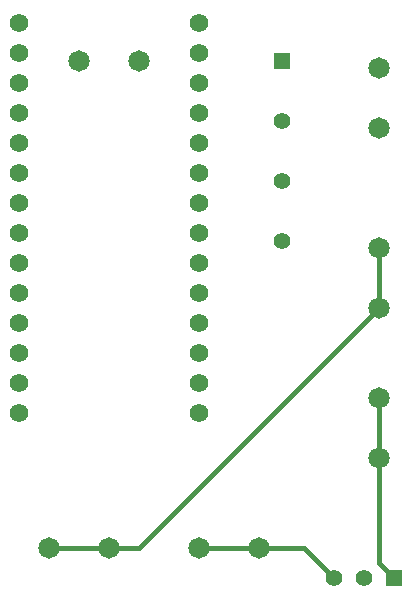
<source format=gbl>
G75*
%MOIN*%
%OFA0B0*%
%FSLAX25Y25*%
%IPPOS*%
%LPD*%
%AMOC8*
5,1,8,0,0,1.08239X$1,22.5*
%
%ADD10R,0.05550X0.05550*%
%ADD11C,0.05550*%
%ADD12C,0.07124*%
%ADD13C,0.06200*%
%ADD14C,0.01600*%
D10*
X0136000Y0011000D03*
X0098500Y0183500D03*
D11*
X0098500Y0163500D03*
X0098500Y0143500D03*
X0098500Y0123500D03*
X0116000Y0011000D03*
X0126000Y0011000D03*
D12*
X0021000Y0021000D03*
X0041000Y0021000D03*
X0071000Y0021000D03*
X0091000Y0021000D03*
X0131000Y0051000D03*
X0131000Y0071000D03*
X0131000Y0101000D03*
X0131000Y0121000D03*
X0131000Y0161000D03*
X0131000Y0181000D03*
X0051000Y0183500D03*
X0031000Y0183500D03*
D13*
X0011000Y0186000D03*
X0011000Y0176000D03*
X0011000Y0166000D03*
X0011000Y0156000D03*
X0011000Y0146000D03*
X0011000Y0136000D03*
X0011000Y0126000D03*
X0011000Y0116000D03*
X0011000Y0106000D03*
X0011000Y0096000D03*
X0011000Y0086000D03*
X0011000Y0076000D03*
X0011000Y0066000D03*
X0071000Y0066000D03*
X0071000Y0076000D03*
X0071000Y0086000D03*
X0071000Y0096000D03*
X0071000Y0106000D03*
X0071000Y0116000D03*
X0071000Y0126000D03*
X0071000Y0136000D03*
X0071000Y0146000D03*
X0071000Y0156000D03*
X0071000Y0166000D03*
X0071000Y0176000D03*
X0071000Y0186000D03*
X0071000Y0196000D03*
X0011000Y0196000D03*
D14*
X0131000Y0121000D02*
X0131000Y0101000D01*
X0051000Y0021000D01*
X0041000Y0021000D01*
X0021000Y0021000D01*
X0071000Y0021000D02*
X0106000Y0021000D01*
X0116000Y0011000D01*
X0131000Y0016000D02*
X0136000Y0011000D01*
X0131000Y0016000D02*
X0131000Y0071000D01*
X0091000Y0021000D02*
X0071000Y0021000D01*
M02*

</source>
